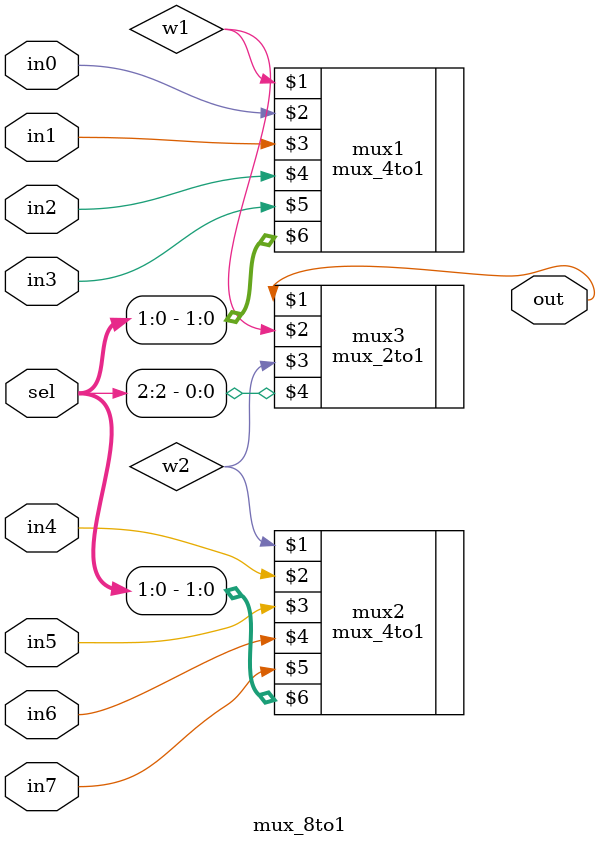
<source format=v>
module mux_8to1(
    out,
	 in0,
	 in1,
	 in2,
	 in3,
	 in4,
	 in5,
	 in6,
	 in7,
	 sel);
output out;
input in0, in1, in2, in3, in4, in5, in6, in7;
input [2:0] sel;
wire w1,w2;

mux_4to1 mux1(w1,in0,in1,in2,in3,sel[1:0]);
mux_4to1 mux2(w2,in4,in5,in6,in7,sel[1:0]);
mux_2to1 mux3(out,w1,w2,sel[2]);
endmodule
</source>
